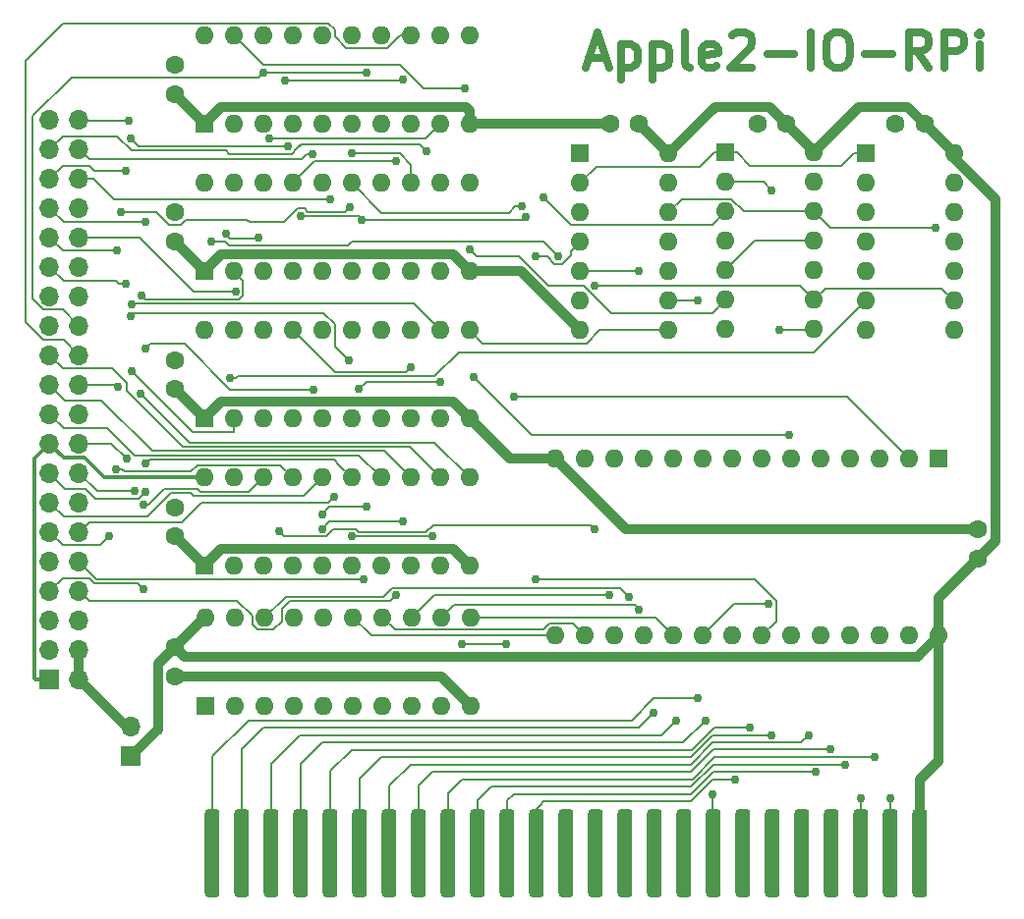
<source format=gbr>
G04 #@! TF.GenerationSoftware,KiCad,Pcbnew,(6.0.2-0)*
G04 #@! TF.CreationDate,2022-02-17T19:53:53-05:00*
G04 #@! TF.ProjectId,Apple2IORPi,4170706c-6532-4494-9f52-50692e6b6963,0.6*
G04 #@! TF.SameCoordinates,Original*
G04 #@! TF.FileFunction,Copper,L1,Top*
G04 #@! TF.FilePolarity,Positive*
%FSLAX46Y46*%
G04 Gerber Fmt 4.6, Leading zero omitted, Abs format (unit mm)*
G04 Created by KiCad (PCBNEW (6.0.2-0)) date 2022-02-17 19:53:53*
%MOMM*%
%LPD*%
G01*
G04 APERTURE LIST*
G04 Aperture macros list*
%AMRoundRect*
0 Rectangle with rounded corners*
0 $1 Rounding radius*
0 $2 $3 $4 $5 $6 $7 $8 $9 X,Y pos of 4 corners*
0 Add a 4 corners polygon primitive as box body*
4,1,4,$2,$3,$4,$5,$6,$7,$8,$9,$2,$3,0*
0 Add four circle primitives for the rounded corners*
1,1,$1+$1,$2,$3*
1,1,$1+$1,$4,$5*
1,1,$1+$1,$6,$7*
1,1,$1+$1,$8,$9*
0 Add four rect primitives between the rounded corners*
20,1,$1+$1,$2,$3,$4,$5,0*
20,1,$1+$1,$4,$5,$6,$7,0*
20,1,$1+$1,$6,$7,$8,$9,0*
20,1,$1+$1,$8,$9,$2,$3,0*%
G04 Aperture macros list end*
%ADD10C,0.635000*%
G04 #@! TA.AperFunction,NonConductor*
%ADD11C,0.635000*%
G04 #@! TD*
G04 #@! TA.AperFunction,ConnectorPad*
%ADD12RoundRect,0.317500X-0.317500X-3.492500X0.317500X-3.492500X0.317500X3.492500X-0.317500X3.492500X0*%
G04 #@! TD*
G04 #@! TA.AperFunction,ComponentPad*
%ADD13R,1.700000X1.700000*%
G04 #@! TD*
G04 #@! TA.AperFunction,ComponentPad*
%ADD14O,1.700000X1.700000*%
G04 #@! TD*
G04 #@! TA.AperFunction,ComponentPad*
%ADD15R,1.600000X1.600000*%
G04 #@! TD*
G04 #@! TA.AperFunction,ComponentPad*
%ADD16O,1.600000X1.600000*%
G04 #@! TD*
G04 #@! TA.AperFunction,ComponentPad*
%ADD17C,1.600000*%
G04 #@! TD*
G04 #@! TA.AperFunction,ViaPad*
%ADD18C,0.762000*%
G04 #@! TD*
G04 #@! TA.AperFunction,Conductor*
%ADD19C,0.177800*%
G04 #@! TD*
G04 #@! TA.AperFunction,Conductor*
%ADD20C,0.812800*%
G04 #@! TD*
G04 #@! TA.AperFunction,Conductor*
%ADD21C,0.355600*%
G04 #@! TD*
G04 APERTURE END LIST*
D10*
D11*
X156928457Y-46990000D02*
X158379885Y-46990000D01*
X156638171Y-47860857D02*
X157654171Y-44812857D01*
X158670171Y-47860857D01*
X159686171Y-45828857D02*
X159686171Y-48876857D01*
X159686171Y-45974000D02*
X159976457Y-45828857D01*
X160557028Y-45828857D01*
X160847314Y-45974000D01*
X160992457Y-46119142D01*
X161137600Y-46409428D01*
X161137600Y-47280285D01*
X160992457Y-47570571D01*
X160847314Y-47715714D01*
X160557028Y-47860857D01*
X159976457Y-47860857D01*
X159686171Y-47715714D01*
X162443885Y-45828857D02*
X162443885Y-48876857D01*
X162443885Y-45974000D02*
X162734171Y-45828857D01*
X163314742Y-45828857D01*
X163605028Y-45974000D01*
X163750171Y-46119142D01*
X163895314Y-46409428D01*
X163895314Y-47280285D01*
X163750171Y-47570571D01*
X163605028Y-47715714D01*
X163314742Y-47860857D01*
X162734171Y-47860857D01*
X162443885Y-47715714D01*
X165637028Y-47860857D02*
X165346742Y-47715714D01*
X165201600Y-47425428D01*
X165201600Y-44812857D01*
X167959314Y-47715714D02*
X167669028Y-47860857D01*
X167088457Y-47860857D01*
X166798171Y-47715714D01*
X166653028Y-47425428D01*
X166653028Y-46264285D01*
X166798171Y-45974000D01*
X167088457Y-45828857D01*
X167669028Y-45828857D01*
X167959314Y-45974000D01*
X168104457Y-46264285D01*
X168104457Y-46554571D01*
X166653028Y-46844857D01*
X169265600Y-45103142D02*
X169410742Y-44958000D01*
X169701028Y-44812857D01*
X170426742Y-44812857D01*
X170717028Y-44958000D01*
X170862171Y-45103142D01*
X171007314Y-45393428D01*
X171007314Y-45683714D01*
X170862171Y-46119142D01*
X169120457Y-47860857D01*
X171007314Y-47860857D01*
X172313600Y-46699714D02*
X174635885Y-46699714D01*
X176087314Y-47860857D02*
X176087314Y-44812857D01*
X178119314Y-44812857D02*
X178699885Y-44812857D01*
X178990171Y-44958000D01*
X179280457Y-45248285D01*
X179425600Y-45828857D01*
X179425600Y-46844857D01*
X179280457Y-47425428D01*
X178990171Y-47715714D01*
X178699885Y-47860857D01*
X178119314Y-47860857D01*
X177829028Y-47715714D01*
X177538742Y-47425428D01*
X177393600Y-46844857D01*
X177393600Y-45828857D01*
X177538742Y-45248285D01*
X177829028Y-44958000D01*
X178119314Y-44812857D01*
X180731885Y-46699714D02*
X183054171Y-46699714D01*
X186247314Y-47860857D02*
X185231314Y-46409428D01*
X184505600Y-47860857D02*
X184505600Y-44812857D01*
X185666742Y-44812857D01*
X185957028Y-44958000D01*
X186102171Y-45103142D01*
X186247314Y-45393428D01*
X186247314Y-45828857D01*
X186102171Y-46119142D01*
X185957028Y-46264285D01*
X185666742Y-46409428D01*
X184505600Y-46409428D01*
X187553600Y-47860857D02*
X187553600Y-44812857D01*
X188714742Y-44812857D01*
X189005028Y-44958000D01*
X189150171Y-45103142D01*
X189295314Y-45393428D01*
X189295314Y-45828857D01*
X189150171Y-46119142D01*
X189005028Y-46264285D01*
X188714742Y-46409428D01*
X187553600Y-46409428D01*
X190601600Y-47860857D02*
X190601600Y-45828857D01*
X190601600Y-44812857D02*
X190456457Y-44958000D01*
X190601600Y-45103142D01*
X190746742Y-44958000D01*
X190601600Y-44812857D01*
X190601600Y-45103142D01*
D12*
X124535001Y-115570000D03*
X127075001Y-115570000D03*
X129615001Y-115570000D03*
X132155001Y-115570000D03*
X134695001Y-115570000D03*
X137235001Y-115570000D03*
X139775001Y-115570000D03*
X142315001Y-115570000D03*
X144855001Y-115570000D03*
X147395001Y-115570000D03*
X149935001Y-115570000D03*
X152475001Y-115570000D03*
X155015001Y-115570000D03*
X157555001Y-115570000D03*
X160095001Y-115570000D03*
X162635001Y-115570000D03*
X165175001Y-115570000D03*
X167715001Y-115570000D03*
X170255001Y-115570000D03*
X172795001Y-115570000D03*
X175335001Y-115570000D03*
X177875001Y-115570000D03*
X180415001Y-115570000D03*
X182955001Y-115570000D03*
X185495001Y-115570000D03*
D13*
X110490000Y-100584000D03*
D14*
X113030000Y-100584000D03*
X110490000Y-98044000D03*
X113030000Y-98044000D03*
X110490000Y-95504000D03*
X113030000Y-95504000D03*
X110490000Y-92964000D03*
X113030000Y-92964000D03*
X110490000Y-90424000D03*
X113030000Y-90424000D03*
X110490000Y-87884000D03*
X113030000Y-87884000D03*
X110490000Y-85344000D03*
X113030000Y-85344000D03*
X110490000Y-82804000D03*
X113030000Y-82804000D03*
X110490000Y-80264000D03*
X113030000Y-80264000D03*
X110490000Y-77724000D03*
X113030000Y-77724000D03*
X110490000Y-75184000D03*
X113030000Y-75184000D03*
X110490000Y-72644000D03*
X113030000Y-72644000D03*
X110490000Y-70104000D03*
X113030000Y-70104000D03*
X110490000Y-67564000D03*
X113030000Y-67564000D03*
X110490000Y-65024000D03*
X113030000Y-65024000D03*
X110490000Y-62484000D03*
X113030000Y-62484000D03*
X110490000Y-59944000D03*
X113030000Y-59944000D03*
X110490000Y-57404000D03*
X113030000Y-57404000D03*
X110490000Y-54864000D03*
X113030000Y-54864000D03*
X110490000Y-52324000D03*
X113030000Y-52324000D03*
D15*
X123952000Y-102870000D03*
D16*
X126492000Y-102870000D03*
X129032000Y-102870000D03*
X131572000Y-102870000D03*
X134112000Y-102870000D03*
X136652000Y-102870000D03*
X139192000Y-102870000D03*
X141732000Y-102870000D03*
X144272000Y-102870000D03*
X146812000Y-102870000D03*
X146812000Y-95250000D03*
X144272000Y-95250000D03*
X141732000Y-95250000D03*
X139192000Y-95250000D03*
X136652000Y-95250000D03*
X134112000Y-95250000D03*
X131572000Y-95250000D03*
X129032000Y-95250000D03*
X126492000Y-95250000D03*
X123952000Y-95250000D03*
D15*
X180771800Y-55245000D03*
D16*
X180771800Y-57785000D03*
X180771800Y-60325000D03*
X180771800Y-62865000D03*
X180771800Y-65405000D03*
X180771800Y-67945000D03*
X180771800Y-70485000D03*
X188391800Y-70485000D03*
X188391800Y-67945000D03*
X188391800Y-65405000D03*
X188391800Y-62865000D03*
X188391800Y-60325000D03*
X188391800Y-57785000D03*
X188391800Y-55245000D03*
D15*
X156210000Y-55245000D03*
D16*
X156210000Y-57785000D03*
X156210000Y-60325000D03*
X156210000Y-62865000D03*
X156210000Y-65405000D03*
X156210000Y-67945000D03*
X156210000Y-70485000D03*
X163830000Y-70485000D03*
X163830000Y-67945000D03*
X163830000Y-65405000D03*
X163830000Y-62865000D03*
X163830000Y-60325000D03*
X163830000Y-57785000D03*
X163830000Y-55245000D03*
D15*
X123825000Y-90805000D03*
D16*
X126365000Y-90805000D03*
X128905000Y-90805000D03*
X131445000Y-90805000D03*
X133985000Y-90805000D03*
X136525000Y-90805000D03*
X139065000Y-90805000D03*
X141605000Y-90805000D03*
X144145000Y-90805000D03*
X146685000Y-90805000D03*
X146685000Y-83185000D03*
X144145000Y-83185000D03*
X141605000Y-83185000D03*
X139065000Y-83185000D03*
X136525000Y-83185000D03*
X133985000Y-83185000D03*
X131445000Y-83185000D03*
X128905000Y-83185000D03*
X126365000Y-83185000D03*
X123825000Y-83185000D03*
D15*
X123825000Y-78105000D03*
D16*
X126365000Y-78105000D03*
X128905000Y-78105000D03*
X131445000Y-78105000D03*
X133985000Y-78105000D03*
X136525000Y-78105000D03*
X139065000Y-78105000D03*
X141605000Y-78105000D03*
X144145000Y-78105000D03*
X146685000Y-78105000D03*
X146685000Y-70485000D03*
X144145000Y-70485000D03*
X141605000Y-70485000D03*
X139065000Y-70485000D03*
X136525000Y-70485000D03*
X133985000Y-70485000D03*
X131445000Y-70485000D03*
X128905000Y-70485000D03*
X126365000Y-70485000D03*
X123825000Y-70485000D03*
D15*
X187101925Y-81586962D03*
D16*
X184561925Y-81586962D03*
X182021925Y-81586962D03*
X179481925Y-81586962D03*
X176941925Y-81586962D03*
X174401925Y-81586962D03*
X171861925Y-81586962D03*
X169321925Y-81586962D03*
X166781925Y-81586962D03*
X164241925Y-81586962D03*
X161701925Y-81586962D03*
X159161925Y-81586962D03*
X156621925Y-81586962D03*
X154081925Y-81586962D03*
X154081925Y-96826962D03*
X156621925Y-96826962D03*
X159161925Y-96826962D03*
X161701925Y-96826962D03*
X164241925Y-96826962D03*
X166781925Y-96826962D03*
X169321925Y-96826962D03*
X171861925Y-96826962D03*
X174401925Y-96826962D03*
X176941925Y-96826962D03*
X179481925Y-96826962D03*
X182021925Y-96826962D03*
X184561925Y-96826962D03*
X187101925Y-96826962D03*
D15*
X123825000Y-65405000D03*
D16*
X126365000Y-65405000D03*
X128905000Y-65405000D03*
X131445000Y-65405000D03*
X133985000Y-65405000D03*
X136525000Y-65405000D03*
X139065000Y-65405000D03*
X141605000Y-65405000D03*
X144145000Y-65405000D03*
X146685000Y-65405000D03*
X146685000Y-57785000D03*
X144145000Y-57785000D03*
X141605000Y-57785000D03*
X139065000Y-57785000D03*
X136525000Y-57785000D03*
X133985000Y-57785000D03*
X131445000Y-57785000D03*
X128905000Y-57785000D03*
X126365000Y-57785000D03*
X123825000Y-57785000D03*
D15*
X123825000Y-52705000D03*
D16*
X126365000Y-52705000D03*
X128905000Y-52705000D03*
X131445000Y-52705000D03*
X133985000Y-52705000D03*
X136525000Y-52705000D03*
X139065000Y-52705000D03*
X141605000Y-52705000D03*
X144145000Y-52705000D03*
X146685000Y-52705000D03*
X146685000Y-45085000D03*
X144145000Y-45085000D03*
X141605000Y-45085000D03*
X139065000Y-45085000D03*
X136525000Y-45085000D03*
X133985000Y-45085000D03*
X131445000Y-45085000D03*
X128905000Y-45085000D03*
X126365000Y-45085000D03*
X123825000Y-45085000D03*
D17*
X121285000Y-97830000D03*
X121285000Y-100330000D03*
X190500000Y-90170000D03*
X190500000Y-87670000D03*
X185851800Y-52705000D03*
X183351800Y-52705000D03*
X161290000Y-52705000D03*
X158790000Y-52705000D03*
X121285000Y-85765000D03*
X121285000Y-88265000D03*
X121285000Y-73065000D03*
X121285000Y-75565000D03*
X121285000Y-47625000D03*
X121285000Y-50125000D03*
X121285000Y-60325000D03*
X121285000Y-62825000D03*
X173990000Y-52705000D03*
X171490000Y-52705000D03*
D15*
X168706800Y-55168800D03*
D16*
X168706800Y-57708800D03*
X168706800Y-60248800D03*
X168706800Y-62788800D03*
X168706800Y-65328800D03*
X168706800Y-67868800D03*
X168706800Y-70408800D03*
X176326800Y-70408800D03*
X176326800Y-67868800D03*
X176326800Y-65328800D03*
X176326800Y-62788800D03*
X176326800Y-60248800D03*
X176326800Y-57708800D03*
X176326800Y-55168800D03*
D13*
X117500400Y-107238800D03*
D14*
X117500400Y-104698800D03*
D18*
X133985000Y-87630000D03*
X140970000Y-86995000D03*
X143510000Y-88265000D03*
X136525000Y-55245000D03*
X136525000Y-88265000D03*
X181610000Y-107315000D03*
X158750000Y-93345000D03*
X177800000Y-106654599D03*
X141605000Y-73660000D03*
X140335000Y-55892700D03*
X161290000Y-94602300D03*
X175895000Y-105410000D03*
X129438400Y-53988593D03*
X172720000Y-105397300D03*
X172466000Y-94107000D03*
X166370000Y-102235000D03*
X170815000Y-104749600D03*
X169557700Y-109220000D03*
X167005000Y-104140000D03*
X164465000Y-104140000D03*
X162560000Y-103505000D03*
X161290000Y-65405000D03*
X176530000Y-108585000D03*
X128524000Y-62547500D03*
X160401000Y-93497400D03*
X125649727Y-62204599D03*
X179070000Y-107950000D03*
X130276600Y-87833200D03*
X157454600Y-87680800D03*
X132156200Y-60629800D03*
X137414000Y-60947300D03*
X151485600Y-60706000D03*
X137795000Y-85725000D03*
X133985000Y-86360000D03*
X167640000Y-110490000D03*
X180415001Y-110871000D03*
X182955001Y-110871000D03*
X118618000Y-92837000D03*
X118592600Y-85547200D03*
X137160000Y-75565000D03*
X144145000Y-74930000D03*
X140335000Y-93345000D03*
X137509508Y-92004891D03*
X115581801Y-88265000D03*
X116205000Y-82448400D03*
X134975600Y-84886800D03*
X118783199Y-82016600D03*
X118719600Y-84429600D03*
X117779800Y-84378800D03*
X118427500Y-67487800D03*
X116611400Y-60299600D03*
X117132100Y-81584800D03*
X136372600Y-59867800D03*
X131025999Y-54636293D03*
X140970000Y-48895000D03*
X116408200Y-75412600D03*
X117475000Y-53975000D03*
X130810000Y-48920400D03*
X128905000Y-48272700D03*
X137795000Y-48272700D03*
X117017800Y-66497200D03*
X118351300Y-75980431D03*
X117602000Y-74015600D03*
X116281200Y-63600701D03*
X126517400Y-67157600D03*
X118783199Y-61163200D03*
X118783199Y-72059800D03*
X133248400Y-75603199D03*
X117500400Y-69316600D03*
X117043200Y-56718200D03*
X136271000Y-73088500D03*
X134645400Y-59207400D03*
X142925800Y-55067200D03*
X133159401Y-55269910D03*
X117271800Y-52451000D03*
X117602000Y-68224400D03*
X149860000Y-97601573D03*
X152400000Y-64135000D03*
X152400000Y-91948000D03*
X146050000Y-97601573D03*
X157480000Y-66675000D03*
X126034006Y-74625994D03*
X166370000Y-67945000D03*
X154330401Y-64135000D03*
X124460000Y-62865000D03*
X151136567Y-59833416D03*
X150495000Y-76200000D03*
X174218600Y-79552800D03*
X147015200Y-74549000D03*
X146685000Y-63500000D03*
X153035000Y-59055000D03*
X146227800Y-49631600D03*
X172720000Y-58420000D03*
X173355000Y-70485000D03*
X186798209Y-61703209D03*
D19*
X154081925Y-96826962D02*
X138228962Y-96826962D01*
X134620000Y-86995000D02*
X133985000Y-87630000D01*
X138228962Y-96826962D02*
X136652000Y-95250000D01*
X140970000Y-86995000D02*
X134620000Y-86995000D01*
X140258701Y-96316701D02*
X153013468Y-96316701D01*
X155555224Y-95760261D02*
X156621925Y-96826962D01*
X141605000Y-57785000D02*
X141605000Y-56204102D01*
X153569908Y-95760261D02*
X155555224Y-95760261D01*
X153013468Y-96316701D02*
X153569908Y-95760261D01*
X139192000Y-95250000D02*
X140258701Y-96316701D01*
X140645898Y-55245000D02*
X136525000Y-55245000D01*
X141605000Y-56204102D02*
X140645898Y-55245000D01*
X143510000Y-88265000D02*
X136525000Y-88265000D01*
X181597299Y-107302299D02*
X181610000Y-107315000D01*
X167784793Y-107302299D02*
X181597299Y-107302299D01*
X144855001Y-115570000D02*
X144855001Y-110414999D01*
X165867092Y-109220000D02*
X167784793Y-107302299D01*
X146050000Y-109220000D02*
X165867092Y-109220000D01*
X144855001Y-110414999D02*
X146050000Y-109220000D01*
X141732000Y-95250000D02*
X143637000Y-93345000D01*
X143637000Y-93345000D02*
X158750000Y-93345000D01*
X143510000Y-108585000D02*
X153035000Y-108585000D01*
X142315001Y-115570000D02*
X142315001Y-109779999D01*
X165735000Y-108585000D02*
X152400000Y-108585000D01*
X142315001Y-109779999D02*
X143510000Y-108585000D01*
X177800000Y-106654599D02*
X167665401Y-106654599D01*
X167665401Y-106654599D02*
X165735000Y-108585000D01*
X131445000Y-70485000D02*
X135077200Y-74117200D01*
X144272000Y-95250000D02*
X145338701Y-94183299D01*
X140335000Y-55892700D02*
X133337300Y-55892700D01*
X133337300Y-55892700D02*
X131445000Y-57785000D01*
X160870999Y-94183299D02*
X161290000Y-94602300D01*
X145338701Y-94183299D02*
X160870999Y-94183299D01*
X135077200Y-74117200D02*
X141147800Y-74117200D01*
X141147800Y-74117200D02*
X141605000Y-73660000D01*
X141605000Y-107950000D02*
X165735000Y-107950000D01*
X175260000Y-106045000D02*
X175895000Y-105410000D01*
X139775001Y-109779999D02*
X141605000Y-107950000D01*
X165735000Y-107950000D02*
X167640000Y-106045000D01*
X139775001Y-115570000D02*
X139775001Y-109779999D01*
X167640000Y-106045000D02*
X175260000Y-106045000D01*
X143306800Y-53543200D02*
X143078299Y-53771701D01*
X146812000Y-95250000D02*
X162664963Y-95250000D01*
X144145000Y-52705000D02*
X143306800Y-53543200D01*
X162664963Y-95250000D02*
X164241925Y-96826962D01*
X129438400Y-53988593D02*
X142861407Y-53988593D01*
X142861407Y-53988593D02*
X143306800Y-53543200D01*
X165735000Y-107315000D02*
X167640000Y-105410000D01*
X167640000Y-105410000D02*
X167640000Y-105397300D01*
X137235001Y-109144999D02*
X139065000Y-107315000D01*
X139065000Y-107315000D02*
X165735000Y-107315000D01*
X137235001Y-115570000D02*
X137235001Y-109144999D01*
X167640000Y-105397300D02*
X172720000Y-105397300D01*
X124535001Y-115570000D02*
X124535001Y-107239999D01*
X169501887Y-94107000D02*
X172466000Y-94107000D01*
X162560000Y-102235000D02*
X166370000Y-102235000D01*
X127635000Y-104140000D02*
X160655000Y-104140000D01*
X124535001Y-107239999D02*
X127635000Y-104140000D01*
X166781925Y-96826962D02*
X169501887Y-94107000D01*
X160655000Y-104140000D02*
X162560000Y-102235000D01*
X167759392Y-104775000D02*
X170789600Y-104775000D01*
X134695001Y-108509999D02*
X136525000Y-106680000D01*
X136525000Y-106680000D02*
X165854392Y-106680000D01*
X134695001Y-115570000D02*
X134695001Y-108509999D01*
X165854392Y-106680000D02*
X167759392Y-104775000D01*
X170789600Y-104775000D02*
X170815000Y-104749600D01*
X165735000Y-111125000D02*
X167640000Y-109220000D01*
X167640000Y-109220000D02*
X169557700Y-109220000D01*
X152754391Y-111480610D02*
X152754391Y-111405609D01*
X152754391Y-111405609D02*
X153035000Y-111125000D01*
X153035000Y-111125000D02*
X165735000Y-111125000D01*
X152475001Y-111760000D02*
X152754391Y-111480610D01*
X152475001Y-115570000D02*
X152475001Y-111760000D01*
X132155001Y-107874999D02*
X133985000Y-106045000D01*
X132155001Y-115570000D02*
X132155001Y-107874999D01*
X165100000Y-106045000D02*
X167005000Y-104140000D01*
X133985000Y-106045000D02*
X165100000Y-106045000D01*
X132080000Y-105410000D02*
X163195000Y-105410000D01*
X129615001Y-107874999D02*
X132080000Y-105410000D01*
X163195000Y-105410000D02*
X164465000Y-104140000D01*
X129615001Y-115570000D02*
X129615001Y-107874999D01*
X127075001Y-115570000D02*
X127075001Y-106604999D01*
X161290000Y-104775000D02*
X128905000Y-104775000D01*
X161290000Y-65405000D02*
X156210000Y-65405000D01*
X162560000Y-103505000D02*
X161290000Y-104775000D01*
X127075001Y-106604999D02*
X128905000Y-104775000D01*
X149935001Y-115570000D02*
X149935001Y-111049999D01*
X165735000Y-110490000D02*
X167652701Y-108572299D01*
X149935001Y-111049999D02*
X150495000Y-110490000D01*
X150495000Y-110490000D02*
X165735000Y-110490000D01*
X176517299Y-108572299D02*
X176530000Y-108585000D01*
X167652701Y-108572299D02*
X176517299Y-108572299D01*
X159600899Y-92697299D02*
X160401000Y-93497400D01*
X139263013Y-93458389D02*
X140024103Y-92697299D01*
X128485902Y-62585598D02*
X128524000Y-62547500D01*
X129032000Y-95250000D02*
X130823611Y-93458389D01*
X125649727Y-62204599D02*
X126030726Y-62585598D01*
X126030726Y-62585598D02*
X128485902Y-62585598D01*
X130823611Y-93458389D02*
X139263013Y-93458389D01*
X140024103Y-92697299D02*
X159600899Y-92697299D01*
X147395001Y-111049999D02*
X148590000Y-109855000D01*
X147395001Y-115570000D02*
X147395001Y-111049999D01*
X165735000Y-109855000D02*
X167652701Y-107937299D01*
X148590000Y-109855000D02*
X165735000Y-109855000D01*
X179057299Y-107937299D02*
X179070000Y-107950000D01*
X167652701Y-107937299D02*
X179057299Y-107937299D01*
X142907012Y-87909390D02*
X137127988Y-87909390D01*
X157454600Y-87680800D02*
X157073601Y-87299801D01*
X130721101Y-88277701D02*
X130276600Y-87833200D01*
X157073601Y-87299801D02*
X143516601Y-87299801D01*
X143516601Y-87299801D02*
X142907012Y-87909390D01*
X134956299Y-87617299D02*
X134295897Y-88277701D01*
X134295897Y-88277701D02*
X130721101Y-88277701D01*
X136835897Y-87617299D02*
X134956299Y-87617299D01*
X137127988Y-87909390D02*
X136835897Y-87617299D01*
X137414000Y-60947300D02*
X151244300Y-60947300D01*
X151244300Y-60947300D02*
X151485600Y-60706000D01*
X134620000Y-85725000D02*
X133985000Y-86360000D01*
X137795000Y-85725000D02*
X134620000Y-85725000D01*
X132156200Y-60629800D02*
X137096500Y-60629800D01*
X137096500Y-60629800D02*
X137414000Y-60947300D01*
X167640000Y-110490000D02*
X167640000Y-115494999D01*
X167640000Y-115494999D02*
X167715001Y-115570000D01*
X180415001Y-110871000D02*
X180415001Y-115570000D01*
X182955001Y-115570000D02*
X182955001Y-110871000D01*
X118973600Y-85547200D02*
X118592600Y-85547200D01*
X127635000Y-84455000D02*
X128905000Y-83185000D01*
X118084511Y-92303511D02*
X114376111Y-92303511D01*
X123212381Y-84151099D02*
X123516282Y-84455000D01*
X111606701Y-91847299D02*
X110490000Y-92964000D01*
X113919899Y-91847299D02*
X111606701Y-91847299D01*
X114376111Y-92303511D02*
X113919899Y-91847299D01*
X118618000Y-92837000D02*
X118084511Y-92303511D01*
X123516282Y-84455000D02*
X127635000Y-84455000D01*
X123212381Y-84151099D02*
X120369701Y-84151099D01*
X120369701Y-84151099D02*
X118973600Y-85547200D01*
X130505299Y-95580101D02*
X129768699Y-96316701D01*
X127965299Y-95859699D02*
X127965299Y-95144581D01*
X129768699Y-96316701D02*
X128422301Y-96316701D01*
X127965299Y-95144581D02*
X126634717Y-93813999D01*
X137795000Y-74930000D02*
X137160000Y-75565000D01*
X139866001Y-93813999D02*
X131230100Y-93813999D01*
X131230100Y-93813999D02*
X130505299Y-94538800D01*
X140335000Y-93345000D02*
X139866001Y-93813999D01*
X113879999Y-93813999D02*
X113030000Y-92964000D01*
X128422301Y-96316701D02*
X127965299Y-95859699D01*
X144145000Y-74930000D02*
X137795000Y-74930000D01*
X130505299Y-94538800D02*
X130505299Y-95580101D01*
X126634717Y-93813999D02*
X113879999Y-93813999D01*
X135915400Y-91947901D02*
X136372501Y-91947901D01*
X137452518Y-91947901D02*
X137509508Y-92004891D01*
X113030000Y-90424000D02*
X114553901Y-91947901D01*
X135915400Y-91947901D02*
X137452518Y-91947901D01*
X114553901Y-91947901D02*
X135915400Y-91947901D01*
X111606701Y-89000701D02*
X110490000Y-87884000D01*
X115581801Y-88265000D02*
X114846100Y-89000701D01*
X116972415Y-82677000D02*
X122682099Y-82677000D01*
X114846100Y-89000701D02*
X111606701Y-89000701D01*
X130378299Y-82118299D02*
X123240800Y-82118299D01*
X116205000Y-82448400D02*
X116743815Y-82448400D01*
X122682099Y-82677000D02*
X123240800Y-82118299D01*
X131445000Y-83185000D02*
X130378299Y-82118299D01*
X116743815Y-82448400D02*
X116972415Y-82677000D01*
X113030000Y-87884000D02*
X113879999Y-87034001D01*
X134493009Y-85369391D02*
X134975600Y-84886800D01*
X121921691Y-87034001D02*
X123586301Y-85369391D01*
X123586301Y-85369391D02*
X134493009Y-85369391D01*
X113879999Y-87034001D02*
X121921691Y-87034001D01*
X110490000Y-85344000D02*
X111682901Y-86536901D01*
X122910609Y-84810609D02*
X132359391Y-84810609D01*
X111682901Y-86536901D02*
X118934381Y-86536901D01*
X120964573Y-84506709D02*
X122606709Y-84506709D01*
X132359391Y-84810609D02*
X133985000Y-83185000D01*
X118934381Y-86536901D02*
X120964573Y-84506709D01*
X122606709Y-84506709D02*
X122910609Y-84810609D01*
X113589699Y-84151099D02*
X114465101Y-85026501D01*
X111837099Y-84151099D02*
X113589699Y-84151099D01*
X135458200Y-82118200D02*
X135051800Y-81711800D01*
X110490000Y-82804000D02*
X111837099Y-84151099D01*
X118122699Y-85026501D02*
X118719600Y-84429600D01*
X136525000Y-83185000D02*
X135458200Y-82118200D01*
X118783199Y-82016600D02*
X119164198Y-81635601D01*
X134975601Y-81635601D02*
X135458200Y-82118200D01*
X114465101Y-85026501D02*
X118122699Y-85026501D01*
X119164198Y-81635601D02*
X134975601Y-81635601D01*
X126365000Y-65405000D02*
X127165101Y-66205101D01*
X127165101Y-66205101D02*
X127165101Y-67468497D01*
X126828297Y-67805301D02*
X118745001Y-67805301D01*
X114604800Y-84378800D02*
X117779800Y-84378800D01*
X127165101Y-67468497D02*
X126828297Y-67805301D01*
X113030000Y-82804000D02*
X114604800Y-84378800D01*
X118745001Y-67805301D02*
X118427500Y-67487800D01*
X132467097Y-59982099D02*
X131845303Y-59982099D01*
X113030000Y-80264000D02*
X115811300Y-80264000D01*
X131845303Y-59982099D02*
X130664202Y-61163200D01*
X135966210Y-60274190D02*
X132759188Y-60274190D01*
X122241419Y-60947299D02*
X121797017Y-61391701D01*
X120772983Y-61391701D02*
X119680882Y-60299600D01*
X115811300Y-80264000D02*
X117132100Y-81584800D01*
X136372600Y-59867800D02*
X135966210Y-60274190D01*
X127469899Y-60947299D02*
X122241419Y-60947299D01*
X121797017Y-61391701D02*
X120772983Y-61391701D01*
X130664202Y-61163200D02*
X127685800Y-61163200D01*
X127685800Y-61163200D02*
X127469899Y-60947299D01*
X132759188Y-60274190D02*
X132467097Y-59982099D01*
X119680882Y-60299600D02*
X116611400Y-60299600D01*
X111682901Y-78916901D02*
X110490000Y-77724000D01*
X137159992Y-81279992D02*
X117779801Y-81279992D01*
X117779801Y-81279992D02*
X115416710Y-78916901D01*
X139065000Y-83185000D02*
X137159992Y-81279992D01*
X115416710Y-78916901D02*
X111682901Y-78916901D01*
X111837099Y-76531099D02*
X110490000Y-75184000D01*
X114930807Y-76531099D02*
X111837099Y-76531099D01*
X141605000Y-83185000D02*
X139319000Y-80899000D01*
X139319000Y-80899000D02*
X119298708Y-80899000D01*
X119298708Y-80899000D02*
X114930807Y-76531099D01*
X113284000Y-74930000D02*
X113030000Y-75184000D01*
X113030000Y-75184000D02*
X116179600Y-75184000D01*
X140944600Y-48920400D02*
X140970000Y-48895000D01*
X130810000Y-48920400D02*
X140944600Y-48920400D01*
X116179600Y-75184000D02*
X116408200Y-75412600D01*
X118136293Y-54636293D02*
X117475000Y-53975000D01*
X131025999Y-54636293D02*
X118136293Y-54636293D01*
X111606701Y-73760701D02*
X110490000Y-72644000D01*
X144145000Y-83185000D02*
X141503391Y-80543391D01*
X141503391Y-80543391D02*
X121955662Y-80543391D01*
X121955662Y-80543391D02*
X117144800Y-75732529D01*
X115900200Y-73787000D02*
X111633000Y-73787000D01*
X111633000Y-73787000D02*
X110490000Y-72644000D01*
X117144800Y-75031600D02*
X115900200Y-73787000D01*
X114224699Y-73760701D02*
X111606701Y-73760701D01*
X117144800Y-75732529D02*
X117144800Y-75031600D01*
X129971701Y-44018299D02*
X130378299Y-44018299D01*
X108407200Y-47269400D02*
X111658301Y-44018299D01*
X139577017Y-46151701D02*
X140643718Y-45085000D01*
X140643718Y-45085000D02*
X141605000Y-45085000D01*
X111682901Y-71296901D02*
X109917407Y-71296901D01*
X135051701Y-45190419D02*
X136012983Y-46151701D01*
X134497017Y-44018299D02*
X135051701Y-44572983D01*
X111658301Y-44018299D02*
X129971701Y-44018299D01*
X135051701Y-44572983D02*
X135051701Y-45190419D01*
X108407200Y-69786694D02*
X108407200Y-47269400D01*
X129971701Y-44018299D02*
X134497017Y-44018299D01*
X136012983Y-46151701D02*
X139577017Y-46151701D01*
X113030000Y-72644000D02*
X111682901Y-71296901D01*
X109917407Y-71296901D02*
X108407200Y-69786694D01*
X109042200Y-67768918D02*
X109042200Y-52006306D01*
X128485999Y-48691701D02*
X128905000Y-48272700D01*
X111606701Y-68680701D02*
X109953983Y-68680701D01*
X109042200Y-52006306D02*
X112356805Y-48691701D01*
X137795000Y-48272700D02*
X128905000Y-48272700D01*
X112356805Y-48691701D02*
X128485999Y-48691701D01*
X113030000Y-70104000D02*
X111606701Y-68680701D01*
X109953983Y-68680701D02*
X109042200Y-67768918D01*
X116478985Y-66497200D02*
X116198686Y-66216901D01*
X117017800Y-66497200D02*
X116478985Y-66497200D01*
X143662400Y-80162400D02*
X122533269Y-80162400D01*
X111682901Y-66216901D02*
X110490000Y-65024000D01*
X116198686Y-66216901D02*
X111682901Y-66216901D01*
X146685000Y-83185000D02*
X143662400Y-80162400D01*
X122533269Y-80162400D02*
X118351300Y-75980431D01*
X117718101Y-74131701D02*
X117602000Y-74015600D01*
X122834301Y-79247901D02*
X117602000Y-74015600D01*
X111606701Y-63600701D02*
X110490000Y-62484000D01*
X116281200Y-63600701D02*
X111606701Y-63600701D01*
X126365000Y-79236370D02*
X126353469Y-79247901D01*
X126365000Y-78105000D02*
X126365000Y-79236370D01*
X126353469Y-79247901D02*
X122834301Y-79247901D01*
X113030000Y-62484000D02*
X118211600Y-62484000D01*
X118211600Y-62484000D02*
X122885200Y-67157600D01*
X122885200Y-67157600D02*
X126517400Y-67157600D01*
X118244384Y-61163200D02*
X118218085Y-61136901D01*
X118783199Y-61163200D02*
X118244384Y-61163200D01*
X119164198Y-71678801D02*
X118783199Y-72059800D01*
X133248400Y-75603199D02*
X126022199Y-75603199D01*
X118218085Y-61136901D02*
X111682901Y-61136901D01*
X126022199Y-75603199D02*
X122097801Y-71678801D01*
X111682901Y-61136901D02*
X110490000Y-59944000D01*
X122097801Y-71678801D02*
X119164198Y-71678801D01*
X117043200Y-56718200D02*
X114381292Y-56718200D01*
X135051701Y-69976901D02*
X135051701Y-71869201D01*
X111606701Y-56287299D02*
X110490000Y-57404000D01*
X135051701Y-71869201D02*
X136271000Y-73088500D01*
X114381292Y-56718200D02*
X113950391Y-56287299D01*
X117779800Y-69037200D02*
X117500400Y-69316600D01*
X134112000Y-69037200D02*
X135051701Y-69976901D01*
X113950391Y-56287299D02*
X111606701Y-56287299D01*
X134112000Y-69037200D02*
X117779800Y-69037200D01*
X114232081Y-57404000D02*
X116035481Y-59207400D01*
X113030000Y-57404000D02*
X114232081Y-57404000D01*
X134645400Y-59207400D02*
X134772400Y-59207400D01*
X116035481Y-59207400D02*
X134645400Y-59207400D01*
X142341601Y-54483001D02*
X132137889Y-54483001D01*
X131782290Y-54838600D02*
X131336896Y-55283994D01*
X117533305Y-54991903D02*
X125679200Y-54991903D01*
X142925800Y-55067200D02*
X142341601Y-54483001D01*
X116288701Y-53747299D02*
X117533305Y-54991903D01*
X125971291Y-55283994D02*
X125679200Y-54991903D01*
X111606701Y-53747299D02*
X116288701Y-53747299D01*
X110490000Y-54864000D02*
X111606701Y-53747299D01*
X132112489Y-54508401D02*
X131782290Y-54838600D01*
X131336896Y-55283994D02*
X125971291Y-55283994D01*
X132137889Y-54483001D02*
X131782290Y-54838600D01*
X133159401Y-55269910D02*
X132620586Y-55269910D01*
X132620586Y-55269910D02*
X132176497Y-55713999D01*
X125958600Y-55713999D02*
X126300599Y-55713999D01*
X113879999Y-55713999D02*
X125958600Y-55713999D01*
X113030000Y-54864000D02*
X113879999Y-55713999D01*
X132176497Y-55713999D02*
X125958600Y-55713999D01*
X144145000Y-70485000D02*
X141833600Y-68173600D01*
X117271800Y-52451000D02*
X113157000Y-52451000D01*
X141833600Y-68173600D02*
X117652800Y-68173600D01*
X117652800Y-68173600D02*
X117602000Y-68224400D01*
X113157000Y-52451000D02*
X113030000Y-52324000D01*
X176326800Y-67868800D02*
X175133000Y-66675000D01*
X154641298Y-64782701D02*
X155410001Y-64013998D01*
X171265598Y-91948000D02*
X152400000Y-91948000D01*
X154008983Y-64782701D02*
X154641298Y-64782701D01*
X175133000Y-66675000D02*
X157480000Y-66675000D01*
X146050000Y-97601573D02*
X149860000Y-97601573D01*
X173113701Y-95575186D02*
X173113701Y-93796103D01*
X187325099Y-66878299D02*
X188391800Y-67945000D01*
X176326800Y-67868800D02*
X177317301Y-66878299D01*
X152400000Y-64135000D02*
X153361282Y-64135000D01*
X171861925Y-96826962D02*
X173113701Y-95575186D01*
X173113701Y-93796103D02*
X171265598Y-91948000D01*
X177317301Y-66878299D02*
X187325099Y-66878299D01*
X155410001Y-64013998D02*
X155410001Y-63664999D01*
X153361282Y-64135000D02*
X154008983Y-64782701D01*
X155410001Y-63664999D02*
X156210000Y-62865000D01*
X180771800Y-67945000D02*
X176339501Y-72377299D01*
X126726006Y-74472809D02*
X143643593Y-74472809D01*
X143643593Y-74472809D02*
X145739103Y-72377299D01*
X126572821Y-74625994D02*
X126726006Y-74472809D01*
X176339501Y-72377299D02*
X145739103Y-72377299D01*
X126034006Y-74625994D02*
X126572821Y-74625994D01*
X157607099Y-56387901D02*
X166509899Y-56387901D01*
X156210000Y-57785000D02*
X157607099Y-56387901D01*
X169684600Y-55168800D02*
X170827501Y-56311701D01*
X168706800Y-55168800D02*
X169684600Y-55168800D01*
X166370000Y-67945000D02*
X163830000Y-67945000D01*
X178727299Y-56311701D02*
X179794000Y-55245000D01*
X170827501Y-56311701D02*
X178727299Y-56311701D01*
X166509899Y-56387901D02*
X167729000Y-55168800D01*
X179794000Y-55245000D02*
X180771800Y-55245000D01*
X167729000Y-55168800D02*
X168706800Y-55168800D01*
D20*
X123825000Y-65365000D02*
X121285000Y-62825000D01*
X160164963Y-87670000D02*
X190500000Y-87670000D01*
X146685000Y-52705000D02*
X146685000Y-51573630D01*
X121285000Y-88265000D02*
X123825000Y-90805000D01*
X154081925Y-81586962D02*
X160164963Y-87670000D01*
X125285401Y-51244599D02*
X123825000Y-52705000D01*
X146685000Y-65405000D02*
X151130000Y-65405000D01*
X145224599Y-76644599D02*
X125285401Y-76644599D01*
X121285000Y-100330000D02*
X144272000Y-100330000D01*
X123825000Y-52665000D02*
X121285000Y-50125000D01*
X146685000Y-78105000D02*
X145224599Y-76644599D01*
X146685000Y-78105000D02*
X150166962Y-81586962D01*
X146685000Y-65405000D02*
X145224599Y-63944599D01*
X125285401Y-76644599D02*
X123825000Y-78105000D01*
X151130000Y-65405000D02*
X156210000Y-70485000D01*
X125285401Y-89344599D02*
X145224599Y-89344599D01*
X146685000Y-51573630D02*
X146355969Y-51244599D01*
X123825000Y-52705000D02*
X123825000Y-52665000D01*
X121285000Y-75565000D02*
X123825000Y-78105000D01*
X145224599Y-89344599D02*
X146685000Y-90805000D01*
X146685000Y-52705000D02*
X158790000Y-52705000D01*
X144272000Y-100330000D02*
X146812000Y-102870000D01*
X146355969Y-51244599D02*
X125285401Y-51244599D01*
X123825000Y-65405000D02*
X123825000Y-65365000D01*
X145224599Y-63944599D02*
X125285401Y-63944599D01*
X125285401Y-63944599D02*
X123825000Y-65405000D01*
X123825000Y-90805000D02*
X125285401Y-89344599D01*
X150166962Y-81586962D02*
X154081925Y-81586962D01*
X190500000Y-90170000D02*
X191960401Y-88709599D01*
X187101925Y-93568075D02*
X190500000Y-90170000D01*
X119824599Y-99290401D02*
X119824599Y-104914601D01*
X185851800Y-52705000D02*
X184391399Y-51244599D01*
X185495001Y-109220000D02*
X187101925Y-107613076D01*
X121285000Y-97830000D02*
X119824599Y-99290401D01*
X121285000Y-97830000D02*
X122097973Y-98642973D01*
X188391800Y-55245000D02*
X185851800Y-52705000D01*
X191960401Y-59192207D02*
X188391800Y-55623606D01*
X122097973Y-98642973D02*
X185285914Y-98642973D01*
X119824599Y-104914601D02*
X117500400Y-107238800D01*
X123952000Y-95250000D02*
X123865000Y-95250000D01*
X184391399Y-51244599D02*
X180251001Y-51244599D01*
X173990000Y-52705000D02*
X172529599Y-51244599D01*
X121285000Y-97830000D02*
X121372000Y-97830000D01*
X185495001Y-115570000D02*
X185495001Y-109220000D01*
X172529599Y-51244599D02*
X167830401Y-51244599D01*
X191960401Y-88709599D02*
X191960401Y-59192207D01*
X176326800Y-55168800D02*
X176326800Y-55041800D01*
X187101925Y-96826962D02*
X187101925Y-93568075D01*
X123865000Y-95250000D02*
X121285000Y-97830000D01*
X176326800Y-55041800D02*
X173990000Y-52705000D01*
X163830000Y-55245000D02*
X161290000Y-52705000D01*
X187101925Y-107613076D02*
X187101925Y-96826962D01*
X188391800Y-55623606D02*
X188391800Y-55245000D01*
X185285914Y-98642973D02*
X187101925Y-96826962D01*
X167830401Y-51244599D02*
X163830000Y-55245000D01*
X180251001Y-51244599D02*
X176326800Y-55168800D01*
D21*
X113479891Y-81469601D02*
X115195290Y-83185000D01*
X121285000Y-85725000D02*
X121285000Y-85765000D01*
X110490000Y-100584000D02*
X109284400Y-100584000D01*
X109208199Y-81545801D02*
X110490000Y-80264000D01*
X111695601Y-81469601D02*
X113479891Y-81469601D01*
X110490000Y-80264000D02*
X111695601Y-81469601D01*
X109284400Y-100584000D02*
X109208199Y-100507799D01*
X115195290Y-83185000D02*
X123825000Y-83185000D01*
X109208199Y-100507799D02*
X109208199Y-81545801D01*
X121285000Y-73025000D02*
X121285000Y-73065000D01*
D19*
X125933200Y-63195200D02*
X133832600Y-63195200D01*
X124460000Y-62865000D02*
X124472701Y-62852299D01*
X153047700Y-62852299D02*
X154330401Y-64135000D01*
X136207499Y-63169800D02*
X136525000Y-62852299D01*
X133832600Y-63195200D02*
X133858000Y-63169800D01*
X125590299Y-62852299D02*
X125933200Y-63195200D01*
X133858000Y-63169800D02*
X136207499Y-63169800D01*
X124472701Y-62852299D02*
X125590299Y-62852299D01*
X136525000Y-62852299D02*
X153047700Y-62852299D01*
X147827901Y-71627901D02*
X146685000Y-70485000D01*
X156758593Y-71627901D02*
X147827901Y-71627901D01*
X163830000Y-70485000D02*
X157901494Y-70485000D01*
X157901494Y-70485000D02*
X156758593Y-71627901D01*
X150597752Y-59833416D02*
X150080767Y-60350401D01*
X184561925Y-81586962D02*
X179174963Y-76200000D01*
X139090401Y-60350401D02*
X136525000Y-57785000D01*
X150080767Y-60350401D02*
X139090401Y-60350401D01*
X151136567Y-59833416D02*
X150597752Y-59833416D01*
X179174963Y-76200000D02*
X150495000Y-76200000D01*
X152019000Y-79552800D02*
X147015200Y-74549000D01*
X174218600Y-79552800D02*
X152019000Y-79552800D01*
X167563899Y-69011701D02*
X158855419Y-69011701D01*
X153459684Y-66675000D02*
X150919684Y-64135000D01*
X150919684Y-64135000D02*
X147320000Y-64135000D01*
X156518718Y-66675000D02*
X153459684Y-66675000D01*
X168706800Y-67868800D02*
X167563899Y-69011701D01*
X147320000Y-64135000D02*
X146685000Y-63500000D01*
X158855419Y-69011701D02*
X156518718Y-66675000D01*
X142722600Y-49631600D02*
X146227800Y-49631600D01*
X128905000Y-47625000D02*
X140716000Y-47625000D01*
X155371701Y-61391701D02*
X153035000Y-59055000D01*
X140716000Y-47625000D02*
X142722600Y-49631600D01*
X128905000Y-47625000D02*
X126365000Y-45085000D01*
X168706800Y-60248800D02*
X167563899Y-61391701D01*
X167563899Y-61391701D02*
X155371701Y-61391701D01*
X168706800Y-57708800D02*
X172008800Y-57708800D01*
X172008800Y-57708800D02*
X172720000Y-58420000D01*
X173355000Y-70485000D02*
X176250600Y-70485000D01*
X176250600Y-70485000D02*
X176326800Y-70408800D01*
X171246800Y-62788800D02*
X168706800Y-65328800D01*
X176326800Y-62788800D02*
X171246800Y-62788800D01*
X177781209Y-61703209D02*
X186798209Y-61703209D01*
X164972901Y-59182099D02*
X163830000Y-60325000D01*
X169218817Y-59182099D02*
X164972901Y-59182099D01*
X170285518Y-60248800D02*
X169218817Y-59182099D01*
X176326800Y-60248800D02*
X170285518Y-60248800D01*
X176326800Y-60248800D02*
X177781209Y-61703209D01*
D20*
X117144800Y-104698800D02*
X113030000Y-100584000D01*
X113030000Y-98044000D02*
X113030000Y-100584000D01*
X117500400Y-104698800D02*
X117144800Y-104698800D01*
M02*

</source>
